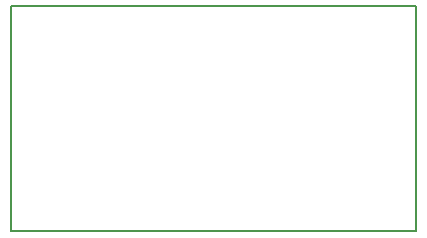
<source format=gbr>
G04 DipTrace 2.4.0.2*
%INBoardOutline.gbr*%
%MOIN*%
%ADD11C,0.006*%
%FSLAX44Y44*%
G04*
G70*
G90*
G75*
G01*
%LNBoardOutline*%
%LPD*%
X3940Y11440D2*
D11*
Y3940D1*
X17440D1*
Y11440D1*
X3940D1*
M02*

</source>
